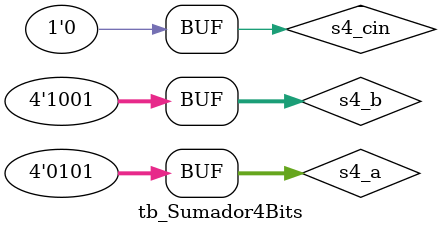
<source format=v>
`timescale 1ns / 1ns

module tb_Sumador4Bits;

	// Inputs
	reg [3:0] s4_a;
	reg [3:0] s4_b;
	reg s4_cin;

	// Outputs
	wire [3:0] s4_sum;
	wire s4_cout;

	// (UUT)
	Sumador4Bits uut (
		.s4_a(s4_a), 
		.s4_b(s4_b), 
		.s4_cin(s4_cin), 
		.s4_sum(s4_sum), 
		.s4_cout(s4_cout)
	);

	initial begin
	s4_a = 4'd1;
	s4_b = 4'd1;
	s4_cin = 1'd0;	
	#100;
        
		
	s4_a = 4'd3;
	s4_b = 4'd2;
	#100;
		
				
	s4_a = 4'd8;
	s4_b = 4'd7;
	#100;
		
				
	s4_a = 4'd7;
	s4_b = 4'd4;
	#100;
		
				
	s4_a = 4'd5;
	s4_b = 4'd9;
	#100;
	end
      
endmodule

</source>
